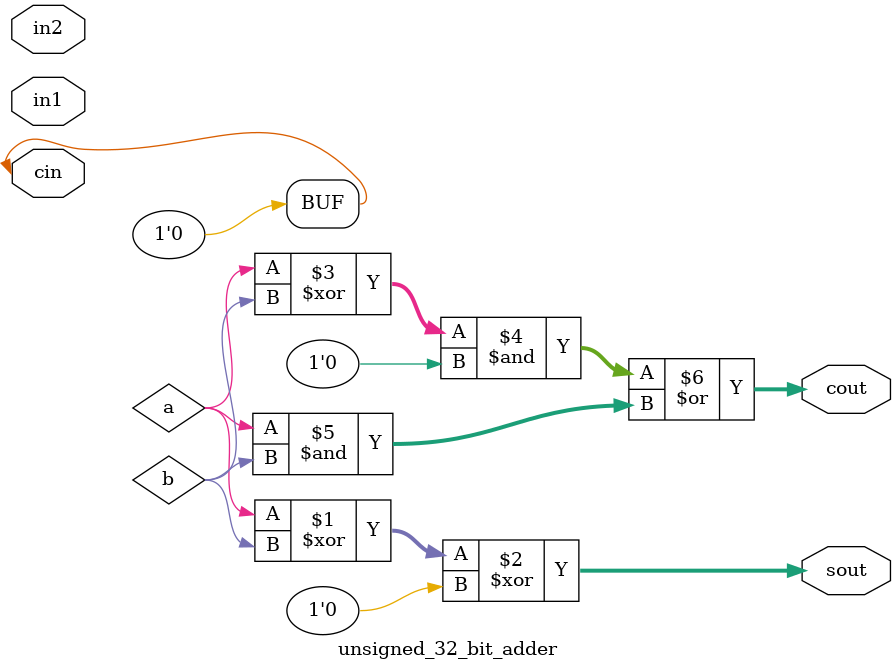
<source format=sv>


module unsigned_32_bit_adder (
    // using wire datatype because, it is a combinational design and stores nothing
    // wire used for combinational circuits design while reg used in sequential logic design
    // define all main inputs
    input wire [31:0] in1,in2,
    input wire cin,
    // define main outputs
    output wire [31:0]sout, cout

);

assign cin =0;
// using assign statement
// using full adder equations
assign sout = a^b^cin;
assign cout = (a^b)&cin | a&b;

    
endmodule
</source>
